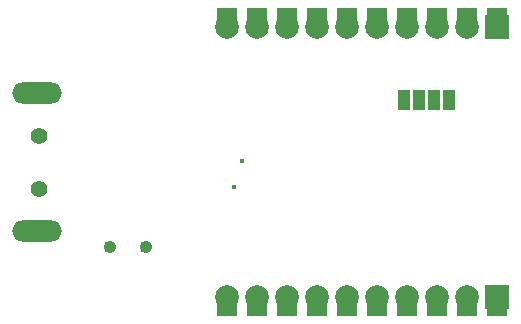
<source format=gbs>
G04*
G04 #@! TF.GenerationSoftware,Altium Limited,Altium Designer,18.0.12 (696)*
G04*
G04 Layer_Color=16711935*
%FSLAX25Y25*%
%MOIN*%
G70*
G01*
G75*
%ADD80C,0.01496*%
%ADD81C,0.04252*%
%ADD82O,0.16548X0.07099*%
%ADD83C,0.05524*%
%ADD84R,0.07008X0.07008*%
%ADD85C,0.07887*%
%ADD86R,0.07887X0.07887*%
%ADD98R,0.03950X0.06706*%
D80*
X78600Y51900D02*
D03*
X76000Y43000D02*
D03*
D81*
X46535Y23152D02*
D03*
X34724D02*
D03*
D82*
X10432Y74451D02*
D03*
Y28388D02*
D03*
D83*
X11023Y60278D02*
D03*
Y42562D02*
D03*
D84*
X73700Y3525D02*
D03*
X83700D02*
D03*
X93700D02*
D03*
X103700D02*
D03*
X113700D02*
D03*
X123700Y3583D02*
D03*
X133700Y3525D02*
D03*
X143700D02*
D03*
X153700D02*
D03*
X163700D02*
D03*
X73700Y99354D02*
D03*
X83700D02*
D03*
X93700D02*
D03*
X103700D02*
D03*
X113700Y99296D02*
D03*
X123700Y99354D02*
D03*
X133700D02*
D03*
X143700D02*
D03*
X153700D02*
D03*
X163700D02*
D03*
D85*
X73700Y96420D02*
D03*
X83700D02*
D03*
X93700D02*
D03*
X103700D02*
D03*
X113700D02*
D03*
X133700D02*
D03*
X143700D02*
D03*
X153700D02*
D03*
X123700D02*
D03*
X73700Y6420D02*
D03*
X83700D02*
D03*
X93700D02*
D03*
X103700D02*
D03*
X113700D02*
D03*
X133700D02*
D03*
X143700D02*
D03*
X153700D02*
D03*
X123700D02*
D03*
D86*
X163700Y96420D02*
D03*
Y6420D02*
D03*
D98*
X132800Y72100D02*
D03*
X137800D02*
D03*
X142800D02*
D03*
X147800D02*
D03*
M02*

</source>
